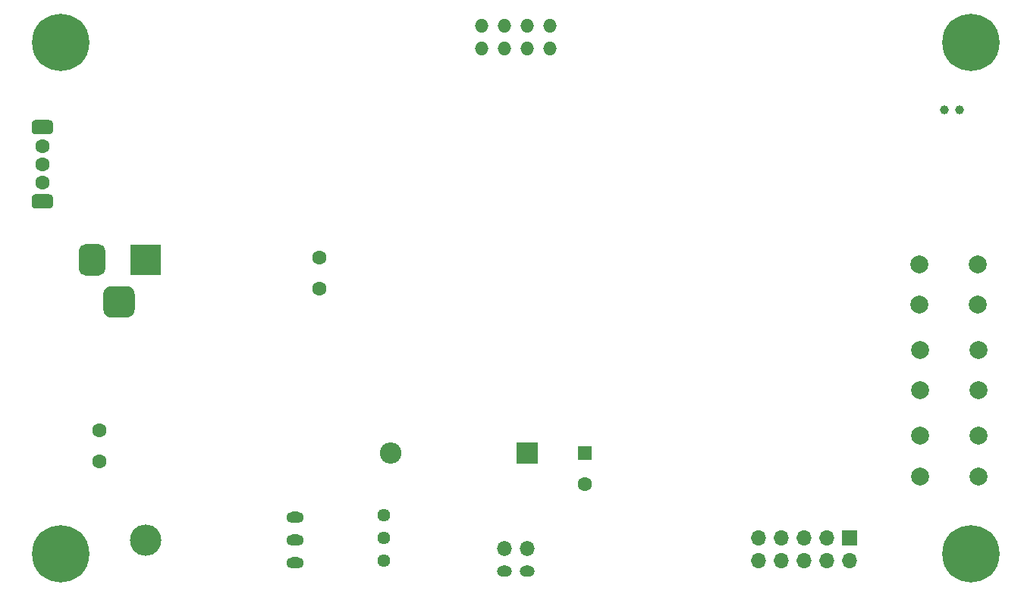
<source format=gbs>
G04 #@! TF.GenerationSoftware,KiCad,Pcbnew,(5.1.12-1-10_14)*
G04 #@! TF.CreationDate,2022-01-30T16:39:28+01:00*
G04 #@! TF.ProjectId,NixieDisplayMotherBoardV2,4e697869-6544-4697-9370-6c61794d6f74,rev?*
G04 #@! TF.SameCoordinates,Original*
G04 #@! TF.FileFunction,Soldermask,Bot*
G04 #@! TF.FilePolarity,Negative*
%FSLAX46Y46*%
G04 Gerber Fmt 4.6, Leading zero omitted, Abs format (unit mm)*
G04 Created by KiCad (PCBNEW (5.1.12-1-10_14)) date 2022-01-30 16:39:28*
%MOMM*%
%LPD*%
G01*
G04 APERTURE LIST*
%ADD10C,1.600000*%
%ADD11C,1.000000*%
%ADD12C,2.000000*%
%ADD13C,1.440000*%
%ADD14O,1.955800X1.270000*%
%ADD15O,3.500000X3.500000*%
%ADD16O,1.700000X1.700000*%
%ADD17R,1.700000X1.700000*%
%ADD18R,3.500000X3.500000*%
%ADD19O,1.676400X1.270000*%
%ADD20O,1.676400X1.676400*%
%ADD21O,1.524000X1.524000*%
%ADD22C,0.800000*%
%ADD23C,6.400000*%
%ADD24O,2.400000X2.400000*%
%ADD25R,2.400000X2.400000*%
%ADD26R,1.600000X1.600000*%
G04 APERTURE END LIST*
D10*
X96443800Y-119832000D03*
X96443800Y-116332000D03*
D11*
X192441300Y-80518000D03*
X190741300Y-80518000D03*
D12*
X194523500Y-116967000D03*
X194523500Y-121467000D03*
X188023500Y-116967000D03*
X188023500Y-121467000D03*
X194523500Y-107378500D03*
X194523500Y-111878500D03*
X188023500Y-107378500D03*
X188023500Y-111878500D03*
X194460000Y-97790000D03*
X194460000Y-102290000D03*
X187960000Y-97790000D03*
X187960000Y-102290000D03*
D10*
X90043000Y-84614000D03*
X90043000Y-86614000D03*
X90043000Y-88614000D03*
G36*
G01*
X89243000Y-81664000D02*
X90843000Y-81664000D01*
G75*
G02*
X91243000Y-82064000I0J-400000D01*
G01*
X91243000Y-82864000D01*
G75*
G02*
X90843000Y-83264000I-400000J0D01*
G01*
X89243000Y-83264000D01*
G75*
G02*
X88843000Y-82864000I0J400000D01*
G01*
X88843000Y-82064000D01*
G75*
G02*
X89243000Y-81664000I400000J0D01*
G01*
G37*
G36*
G01*
X89243000Y-89964000D02*
X90843000Y-89964000D01*
G75*
G02*
X91243000Y-90364000I0J-400000D01*
G01*
X91243000Y-91164000D01*
G75*
G02*
X90843000Y-91564000I-400000J0D01*
G01*
X89243000Y-91564000D01*
G75*
G02*
X88843000Y-91164000I0J400000D01*
G01*
X88843000Y-90364000D01*
G75*
G02*
X89243000Y-89964000I400000J0D01*
G01*
G37*
D13*
X128143000Y-130937000D03*
X128143000Y-128397000D03*
X128143000Y-125857000D03*
D14*
X118237000Y-126047500D03*
X118237000Y-128587500D03*
X118237000Y-131127500D03*
D15*
X101577000Y-128587500D03*
D16*
X169989500Y-130873500D03*
X169989500Y-128333500D03*
X172529500Y-130873500D03*
X172529500Y-128333500D03*
X175069500Y-130873500D03*
X175069500Y-128333500D03*
X177609500Y-130873500D03*
X177609500Y-128333500D03*
X180149500Y-130873500D03*
D17*
X180149500Y-128333500D03*
G36*
G01*
X96850000Y-102857000D02*
X96850000Y-101107000D01*
G75*
G02*
X97725000Y-100232000I875000J0D01*
G01*
X99475000Y-100232000D01*
G75*
G02*
X100350000Y-101107000I0J-875000D01*
G01*
X100350000Y-102857000D01*
G75*
G02*
X99475000Y-103732000I-875000J0D01*
G01*
X97725000Y-103732000D01*
G75*
G02*
X96850000Y-102857000I0J875000D01*
G01*
G37*
G36*
G01*
X94100000Y-98282000D02*
X94100000Y-96282000D01*
G75*
G02*
X94850000Y-95532000I750000J0D01*
G01*
X96350000Y-95532000D01*
G75*
G02*
X97100000Y-96282000I0J-750000D01*
G01*
X97100000Y-98282000D01*
G75*
G02*
X96350000Y-99032000I-750000J0D01*
G01*
X94850000Y-99032000D01*
G75*
G02*
X94100000Y-98282000I0J750000D01*
G01*
G37*
D18*
X101600000Y-97282000D03*
D19*
X144145000Y-132080000D03*
D20*
X144145000Y-129540000D03*
D19*
X141605000Y-132080000D03*
D20*
X141605000Y-129540000D03*
D21*
X146685000Y-73660000D03*
X146685000Y-71120000D03*
X144145000Y-73660000D03*
X144145000Y-71120000D03*
X141605000Y-73660000D03*
X141605000Y-71120000D03*
X139065000Y-73660000D03*
X139065000Y-71120000D03*
D22*
X195372056Y-128477944D03*
X193675000Y-127775000D03*
X191977944Y-128477944D03*
X191275000Y-130175000D03*
X191977944Y-131872056D03*
X193675000Y-132575000D03*
X195372056Y-131872056D03*
X196075000Y-130175000D03*
D23*
X193675000Y-130175000D03*
D22*
X93772056Y-128477944D03*
X92075000Y-127775000D03*
X90377944Y-128477944D03*
X89675000Y-130175000D03*
X90377944Y-131872056D03*
X92075000Y-132575000D03*
X93772056Y-131872056D03*
X94475000Y-130175000D03*
D23*
X92075000Y-130175000D03*
D22*
X195372056Y-71327944D03*
X193675000Y-70625000D03*
X191977944Y-71327944D03*
X191275000Y-73025000D03*
X191977944Y-74722056D03*
X193675000Y-75425000D03*
X195372056Y-74722056D03*
X196075000Y-73025000D03*
D23*
X193675000Y-73025000D03*
D22*
X93772056Y-71327944D03*
X92075000Y-70625000D03*
X90377944Y-71327944D03*
X89675000Y-73025000D03*
X90377944Y-74722056D03*
X92075000Y-75425000D03*
X93772056Y-74722056D03*
X94475000Y-73025000D03*
D23*
X92075000Y-73025000D03*
D24*
X128905000Y-118872000D03*
D25*
X144145000Y-118872000D03*
D10*
X150622000Y-122372000D03*
D26*
X150622000Y-118872000D03*
D10*
X120967500Y-97020500D03*
X120967500Y-100520500D03*
M02*

</source>
